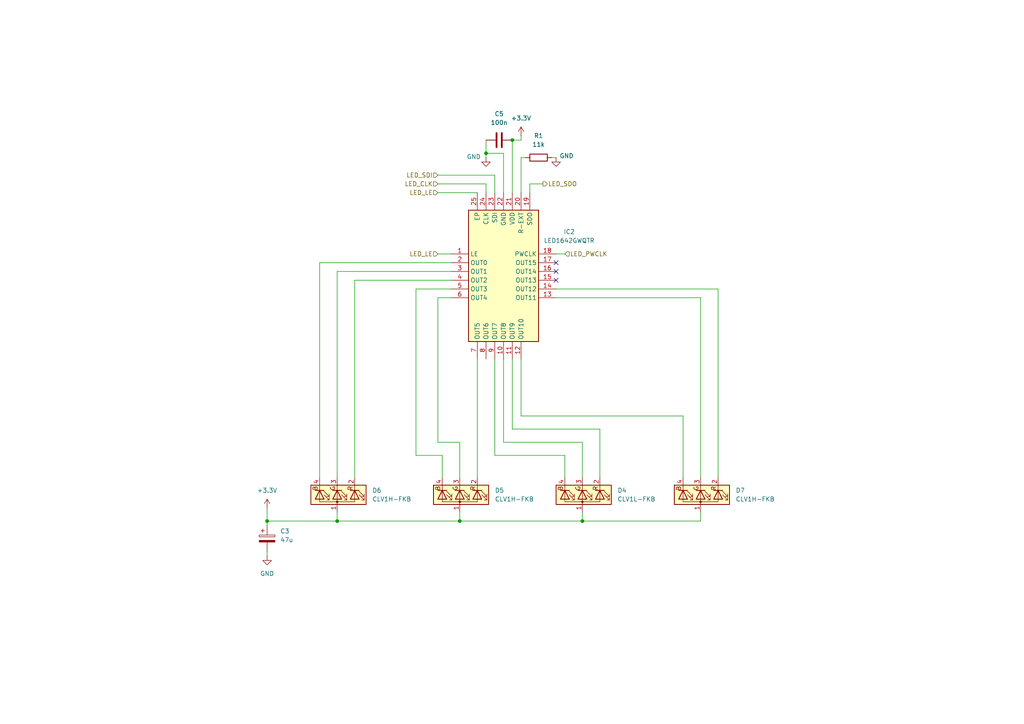
<source format=kicad_sch>
(kicad_sch (version 20250114) (generator "eeschema") (generator_version "9.0")
  (paper "A4")
  (lib_symbols
    (symbol "Device:C" (pin_numbers (hide yes)) (pin_names (offset 0.254))
      (property "Reference" "C" (at 0.635 2.54 0))
      (property "Value" "C" (at 0.635 -2.54 0))
      (symbol "C_0_1"
        (polyline (pts (xy -2.032 0.762) (xy 2.032 0.762)) (stroke (width 0.508)))
        (polyline (pts (xy -2.032 -0.762) (xy 2.032 -0.762)) (stroke (width 0.508)))
      )
      (symbol "C_1_1"
        (pin passive line (at 0 3.81 270) (length 2.794) (name "~") (number "1"))
        (pin passive line (at 0 -3.81 90) (length 2.794) (name "~") (number "2"))
      )
    )
    (symbol "Device:C_Polarized" (pin_numbers (hide yes)) (pin_names (offset 0.254))
      (property "Reference" "C" (at 0.635 2.54 0))
      (property "Value" "C_Polarized" (at 0.635 -2.54 0))
      (symbol "C_Polarized_0_1"
        (rectangle (start -2.286 0.508) (end 2.286 1.016))
        (polyline (pts (xy -1.778 2.286) (xy -0.762 2.286)))
        (polyline (pts (xy -1.27 2.794) (xy -1.27 1.778)))
        (rectangle (start 2.286 -0.508) (end -2.286 -1.016) (fill (type outline)))
      )
      (symbol "C_Polarized_1_1"
        (pin passive line (at 0 3.81 270) (length 2.794) (name "~") (number "1"))
        (pin passive line (at 0 -3.81 90) (length 2.794) (name "~") (number "2"))
      )
    )
    (symbol "Device:R" (pin_numbers (hide yes)) (pin_names (offset 0))
      (property "Reference" "R" (at 2.032 0 90))
      (property "Value" "R" (at 0 0 90))
      (symbol "R_0_1"
        (rectangle (start -1.016 -2.54) (end 1.016 2.54) (stroke (width 0.254)))
      )
      (symbol "R_1_1"
        (pin passive line (at 0 3.81 270) (length 1.27) (name "~") (number "1"))
        (pin passive line (at 0 -3.81 90) (length 1.27) (name "~") (number "2"))
      )
    )
    (symbol "LED:CLV1L-FKB" (pin_names (offset 0) (hide yes))
      (property "Reference" "D" (at 0 9.398 0))
      (property "Value" "CLV1L-FKB" (at 0 -8.89 0))
      (symbol "CLV1L-FKB_0_0"
        (text "R" (at -1.905 3.81 0) (effects (font (size 1.27 1.27))))
        (text "G" (at -1.905 -1.27 0) (effects (font (size 1.27 1.27))))
        (text "B" (at -1.905 -6.35 0) (effects (font (size 1.27 1.27))))
      )
      (symbol "CLV1L-FKB_0_1"
        (polyline (pts (xy -2.54 -5.08) (xy 1.27 -5.08)))
        (polyline (pts (xy -1.27 6.35) (xy -1.27 3.81)) (stroke (width 0.254)))
        (polyline (pts (xy -1.27 1.27) (xy -1.27 -1.27)) (stroke (width 0.254)))
        (polyline (pts (xy -1.27 -3.81) (xy -1.27 -6.35)) (stroke (width 0.254)))
        (polyline (pts (xy -1.016 6.35) (xy 0.508 7.874) (xy -0.254 7.874) (xy 0.508 7.874) (xy 0.508 7.112)))
        (polyline (pts (xy -1.016 1.27) (xy 0.508 2.794) (xy -0.254 2.794) (xy 0.508 2.794) (xy 0.508 2.032)))
        (polyline (pts (xy -1.016 -3.81) (xy 0.508 -2.286) (xy -0.254 -2.286) (xy 0.508 -2.286) (xy 0.508 -3.048)))
        (polyline (pts (xy 0 6.35) (xy 1.524 7.874) (xy 0.762 7.874) (xy 1.524 7.874) (xy 1.524 7.112)))
        (polyline (pts (xy 0 1.27) (xy 1.524 2.794) (xy 0.762 2.794) (xy 1.524 2.794) (xy 1.524 2.032)))
        (polyline (pts (xy 0 -3.81) (xy 1.524 -2.286) (xy 0.762 -2.286) (xy 1.524 -2.286) (xy 1.524 -3.048)))
        (polyline (pts (xy 1.27 6.35) (xy 1.27 3.81) (xy -1.27 5.08) (xy 1.27 6.35)) (stroke (width 0.254)))
        (rectangle (start 1.27 6.35) (end 1.27 6.35))
        (polyline (pts (xy 1.27 5.08) (xy -2.54 5.08)))
        (polyline (pts (xy 1.27 1.27) (xy 1.27 -1.27) (xy -1.27 0) (xy 1.27 1.27)) (stroke (width 0.254)))
        (polyline (pts (xy 1.27 -3.81) (xy 1.27 -6.35) (xy -1.27 -5.08) (xy 1.27 -3.81)) (stroke (width 0.254)))
        (polyline (pts (xy 1.27 -5.08) (xy 2.032 -5.08) (xy 2.032 5.08) (xy 1.27 5.08)))
        (circle (center 2.032 0) (radius 0.254) (fill (type outline)))
        (polyline (pts (xy 2.54 0) (xy -2.54 0)))
        (rectangle (start 2.794 8.382) (end -2.794 -7.62) (stroke (width 0.254)) (fill (type background)))
      )
      (symbol "CLV1L-FKB_1_1"
        (pin passive line (at -5.08 5.08 0) (length 2.54) (name "RK") (number "2"))
        (pin passive line (at -5.08 0 0) (length 2.54) (name "GK") (number "3"))
        (pin passive line (at -5.08 -5.08 0) (length 2.54) (name "BK") (number "4"))
        (pin passive line (at 5.08 0 180) (length 2.54) (name "A") (number "1"))
      )
    )
    (symbol "eurorack_components:LED1642GWQTR"
      (property "Reference" "IC" (at 26.67 17.78 0))
      (property "Value" "LED1642GWQTR" (at 26.67 15.24 0))
      (symbol "LED1642GWQTR_1_1"
        (rectangle (start 5.08 12.7) (end 25.4 -25.4) (stroke (width 0.254)) (fill (type background)))
        (pin passive line (at 0 0 0) (length 5.08) (name "LE") (number "1"))
        (pin passive line (at 0 -2.54 0) (length 5.08) (name "OUT0") (number "2"))
        (pin passive line (at 0 -5.08 0) (length 5.08) (name "OUT1") (number "3"))
        (pin passive line (at 0 -7.62 0) (length 5.08) (name "OUT2") (number "4"))
        (pin passive line (at 0 -10.16 0) (length 5.08) (name "OUT3") (number "5"))
        (pin passive line (at 0 -12.7 0) (length 5.08) (name "OUT4") (number "6"))
        (pin passive line (at 7.62 17.78 270) (length 5.08) (name "EP") (number "25"))
        (pin passive line (at 7.62 -30.48 90) (length 5.08) (name "OUT5") (number "7"))
        (pin passive line (at 10.16 17.78 270) (length 5.08) (name "CLK") (number "24"))
        (pin passive line (at 10.16 -30.48 90) (length 5.08) (name "OUT6") (number "8"))
        (pin passive line (at 12.7 17.78 270) (length 5.08) (name "SDI") (number "23"))
        (pin passive line (at 12.7 -30.48 90) (length 5.08) (name "OUT7") (number "9"))
        (pin passive line (at 15.24 17.78 270) (length 5.08) (name "GND") (number "22"))
        (pin passive line (at 15.24 -30.48 90) (length 5.08) (name "OUT8") (number "10"))
        (pin passive line (at 17.78 17.78 270) (length 5.08) (name "VDD") (number "21"))
        (pin passive line (at 17.78 -30.48 90) (length 5.08) (name "OUT9") (number "11"))
        (pin passive line (at 20.32 17.78 270) (length 5.08) (name "R-EXT") (number "20"))
        (pin passive line (at 20.32 -30.48 90) (length 5.08) (name "OUT10") (number "12"))
        (pin passive line (at 22.86 17.78 270) (length 5.08) (name "SDO") (number "19"))
        (pin passive line (at 30.48 0 180) (length 5.08) (name "PWCLK") (number "18"))
        (pin passive line (at 30.48 -2.54 180) (length 5.08) (name "OUT15") (number "17"))
        (pin passive line (at 30.48 -5.08 180) (length 5.08) (name "OUT14") (number "16"))
        (pin passive line (at 30.48 -7.62 180) (length 5.08) (name "OUT13") (number "15"))
        (pin passive line (at 30.48 -10.16 180) (length 5.08) (name "OUT12") (number "14"))
        (pin passive line (at 30.48 -12.7 180) (length 5.08) (name "OUT11") (number "13"))
      )
    )
    (symbol "power:+3.3V" (power) (pin_numbers (hide yes)) (pin_names (offset 0) (hide yes))
      (property "Value" "+3.3V" (at 0 3.556 0))
      (symbol "+3.3V_0_1"
        (polyline (pts (xy -0.762 1.27) (xy 0 2.54)))
        (polyline (pts (xy 0 2.54) (xy 0.762 1.27)))
        (polyline (pts (xy 0 0) (xy 0 2.54)))
      )
      (symbol "+3.3V_1_1"
        (pin power_in line (at 0 0 90) (length 0) (name "~") (number "1"))
      )
    )
    (symbol "power:GND" (power) (pin_numbers (hide yes)) (pin_names (offset 0) (hide yes))
      (property "Value" "GND" (at 0 -3.81 0))
      (symbol "GND_0_1"
        (polyline (pts (xy 0 0) (xy 0 -1.27) (xy 1.27 -1.27) (xy 0 -2.54) (xy -1.27 -1.27) (xy 0 -1.27)))
      )
      (symbol "GND_1_1"
        (pin power_in line (at 0 0 270) (length 0) (name "~") (number "1"))
      )
    )
  )
  (junction (at 140.97 44.45))
  (junction (at 97.79 151.13))
  (junction (at 133.35 151.13))
  (junction (at 148.59 40.64))
  (junction (at 77.47 151.13))
  (junction (at 168.91 151.13))
  (no_connect (at 161.29 81.28))
  (no_connect (at 161.29 76.2))
  (no_connect (at 161.29 78.74))
  (wire (pts (xy 168.91 148.59) (xy 168.91 151.13)))
  (wire (pts (xy 203.2 86.36) (xy 203.2 138.43)))
  (wire (pts (xy 92.71 76.2) (xy 92.71 138.43)))
  (wire (pts (xy 151.13 45.72) (xy 151.13 55.88)))
  (wire (pts (xy 143.51 104.14) (xy 143.51 132.08)))
  (wire (pts (xy 128.27 132.08) (xy 128.27 138.43)))
  (wire (pts (xy 203.2 151.13) (xy 168.91 151.13)))
  (wire (pts (xy 151.13 39.37) (xy 151.13 40.64)))
  (wire (pts (xy 153.67 53.34) (xy 153.67 55.88)))
  (wire (pts (xy 143.51 132.08) (xy 163.83 132.08)))
  (wire (pts (xy 143.51 50.8) (xy 143.51 55.88)))
  (wire (pts (xy 130.81 83.82) (xy 120.65 83.82)))
  (wire (pts (xy 127 128.27) (xy 133.35 128.27)))
  (wire (pts (xy 130.81 81.28) (xy 102.87 81.28)))
  (wire (pts (xy 130.81 86.36) (xy 127 86.36)))
  (wire (pts (xy 97.79 148.59) (xy 97.79 151.13)))
  (wire (pts (xy 161.29 86.36) (xy 203.2 86.36)))
  (wire (pts (xy 148.59 104.14) (xy 148.59 124.46)))
  (wire (pts (xy 127 55.88) (xy 138.43 55.88)))
  (wire (pts (xy 151.13 45.72) (xy 152.4 45.72)))
  (wire (pts (xy 97.79 78.74) (xy 130.81 78.74)))
  (wire (pts (xy 127 73.66) (xy 130.81 73.66)))
  (wire (pts (xy 146.05 44.45) (xy 140.97 44.45)))
  (wire (pts (xy 77.47 160.02) (xy 77.47 161.29)))
  (wire (pts (xy 77.47 147.32) (xy 77.47 151.13)))
  (wire (pts (xy 208.28 83.82) (xy 208.28 138.43)))
  (wire (pts (xy 133.35 151.13) (xy 168.91 151.13)))
  (wire (pts (xy 148.59 40.64) (xy 151.13 40.64)))
  (wire (pts (xy 140.97 45.72) (xy 140.97 44.45)))
  (wire (pts (xy 97.79 151.13) (xy 133.35 151.13)))
  (wire (pts (xy 173.99 124.46) (xy 173.99 138.43)))
  (wire (pts (xy 146.05 104.14) (xy 146.05 128.27)))
  (wire (pts (xy 138.43 104.14) (xy 138.43 138.43)))
  (wire (pts (xy 97.79 138.43) (xy 97.79 78.74)))
  (wire (pts (xy 130.81 76.2) (xy 92.71 76.2)))
  (wire (pts (xy 163.83 132.08) (xy 163.83 138.43)))
  (wire (pts (xy 127 50.8) (xy 143.51 50.8)))
  (wire (pts (xy 120.65 132.08) (xy 128.27 132.08)))
  (wire (pts (xy 140.97 44.45) (xy 140.97 40.64)))
  (wire (pts (xy 146.05 44.45) (xy 146.05 55.88)))
  (wire (pts (xy 133.35 148.59) (xy 133.35 151.13)))
  (wire (pts (xy 77.47 151.13) (xy 77.47 152.4)))
  (wire (pts (xy 140.97 53.34) (xy 140.97 55.88)))
  (wire (pts (xy 146.05 128.27) (xy 168.91 128.27)))
  (wire (pts (xy 148.59 124.46) (xy 173.99 124.46)))
  (wire (pts (xy 127 86.36) (xy 127 128.27)))
  (wire (pts (xy 203.2 151.13) (xy 203.2 148.59)))
  (wire (pts (xy 127 53.34) (xy 140.97 53.34)))
  (wire (pts (xy 120.65 83.82) (xy 120.65 132.08)))
  (wire (pts (xy 161.29 73.66) (xy 163.83 73.66)))
  (wire (pts (xy 161.29 83.82) (xy 208.28 83.82)))
  (wire (pts (xy 157.48 53.34) (xy 153.67 53.34)))
  (wire (pts (xy 198.12 120.65) (xy 198.12 138.43)))
  (wire (pts (xy 151.13 120.65) (xy 198.12 120.65)))
  (wire (pts (xy 148.59 40.64) (xy 148.59 55.88)))
  (wire (pts (xy 168.91 128.27) (xy 168.91 138.43)))
  (wire (pts (xy 102.87 81.28) (xy 102.87 138.43)))
  (wire (pts (xy 151.13 104.14) (xy 151.13 120.65)))
  (wire (pts (xy 133.35 128.27) (xy 133.35 138.43)))
  (wire (pts (xy 160.02 45.72) (xy 161.29 45.72)))
  (wire (pts (xy 77.47 151.13) (xy 97.79 151.13)))
  (hierarchical_label "LED_SDO" (shape output) (at 157.48 53.34 0))
  (hierarchical_label "LED_PWCLK" (shape input) (at 163.83 73.66 0))
  (hierarchical_label "LED_LE" (shape input) (at 127 55.88 180))
  (hierarchical_label "LED_LE" (shape input) (at 127 73.66 180))
  (hierarchical_label "LED_SDI" (shape input) (at 127 50.8 180))
  (hierarchical_label "LED_CLK" (shape input) (at 127 53.34 180))
  (symbol (lib_id "power:+3.3V") (at 151.13 39.37 0) (unit 1)
    (property "Reference" "#PWR05" (effects (hide yes)))
    (property "Value" "+3.3V" (at 151.13 34.29 0))
    (property "Description" "Power symbol creates a global label with name \"+3.3V\"" (effects (hide yes)))
  )
  (symbol (lib_id "LED:CLV1L-FKB") (at 133.35 143.51 270) (unit 1)
    (property "Reference" "D5" (at 143.51 142.2399 90) (effects (justify left)))
    (property "Value" "CLV1H-FKB" (at 143.51 144.7799 90) (effects (justify left)))
    (property "Footprint" "LED_SMD:LED_Cree-PLCC4_3.2x2.8mm_CCW" (effects (hide yes)))
    (property "Datasheet" "http://www.cree.com/led-components/media/documents/CLV1L-FKB-1238.pdf" (effects (hide yes)))
    (property "Description" "Cree PLCC4 3 in 1 SMD LED" (effects (hide yes)))
  )
  (symbol (lib_id "Device:R") (at 156.21 45.72 90) (unit 1)
    (property "Reference" "R1" (at 156.21 39.37 90))
    (property "Value" "11k" (at 156.21 41.91 90))
    (property "Description" "Resistor" (effects (hide yes)))
  )
  (symbol (lib_id "power:GND") (at 77.47 161.29 0) (unit 1)
    (property "Reference" "#PWR04" (effects (hide yes)))
    (property "Value" "GND" (at 77.47 166.37 0))
    (property "Description" "Power symbol creates a global label with name \"GND\" , ground" (effects (hide yes)))
  )
  (symbol (lib_id "Device:C") (at 144.78 40.64 270) (unit 1)
    (property "Reference" "C5" (at 144.78 33.02 90))
    (property "Value" "100n" (at 144.78 35.56 90))
    (property "Description" "Unpolarized capacitor" (effects (hide yes)))
  )
  (symbol (lib_id "power:+3.3V") (at 77.47 147.32 0) (unit 1)
    (property "Reference" "#PWR09" (effects (hide yes)))
    (property "Value" "+3.3V" (at 77.47 142.24 0))
    (property "Description" "Power symbol creates a global label with name \"+3.3V\"" (effects (hide yes)))
  )
  (symbol (lib_id "LED:CLV1L-FKB") (at 203.2 143.51 270) (unit 1)
    (property "Reference" "D7" (at 213.36 142.2399 90) (effects (justify left)))
    (property "Value" "CLV1H-FKB" (at 213.36 144.7799 90) (effects (justify left)))
    (property "Footprint" "LED_SMD:LED_Cree-PLCC4_3.2x2.8mm_CCW" (effects (hide yes)))
    (property "Datasheet" "http://www.cree.com/led-components/media/documents/CLV1L-FKB-1238.pdf" (effects (hide yes)))
    (property "Description" "Cree PLCC4 3 in 1 SMD LED" (effects (hide yes)))
  )
  (symbol (lib_id "eurorack_components:LED1642GWQTR") (at 130.81 73.66 0) (unit 1)
    (property "Reference" "IC2" (at 165.1 67.2398 0))
    (property "Value" "LED1642GWQTR" (at 165.1 69.7798 0))
    (property "Footprint" "QFN50P400X400X100-25N" (effects (hide yes)))
    (property "Datasheet" "http://www.st.com/web/en/resource/technical/document/datasheet/DM00080246.pdf" (effects (hide yes)))
    (property "Description" "LED Lighting Drivers 16 CH LED DVR" (effects (hide yes)))
    (property "Height" "1" (effects (hide yes)))
    (property "Mouser Part Number" "511-LED1642GWQTR" (effects (hide yes)))
    (property "Mouser Price/Stock" "https://www.mouser.co.uk/ProductDetail/STMicroelectronics/LED1642GWQTR?qs=WHlX%252B%252B9%2FRwCpVihb7ZBVng%3D%3D" (effects (hide yes)))
    (property "Manufacturer_Name" "STMicroelectronics" (effects (hide yes)))
    (property "Manufacturer_Part_Number" "LED1642GWQTR" (effects (hide yes)))
  )
  (symbol (lib_id "Device:C_Polarized") (at 77.47 156.21 0) (unit 1)
    (property "Reference" "C3" (at 81.28 154.0509 0) (effects (justify left)))
    (property "Value" "47u" (at 81.28 156.5909 0) (effects (justify left)))
    (property "Description" "Polarized capacitor" (effects (hide yes)))
  )
  (symbol (lib_id "power:GND") (at 140.97 45.72 0) (unit 1)
    (property "Reference" "#PWR07" (effects (hide yes)))
    (property "Value" "GND" (at 137.414 45.466 0))
    (property "Description" "Power symbol creates a global label with name \"GND\" , ground" (effects (hide yes)))
  )
  (symbol (lib_id "LED:CLV1L-FKB") (at 97.79 143.51 270) (unit 1)
    (property "Reference" "D6" (at 107.95 142.2399 90) (effects (justify left)))
    (property "Value" "CLV1H-FKB" (at 107.95 144.7799 90) (effects (justify left)))
    (property "Footprint" "LED_SMD:LED_Cree-PLCC4_3.2x2.8mm_CCW" (effects (hide yes)))
    (property "Datasheet" "http://www.cree.com/led-components/media/documents/CLV1L-FKB-1238.pdf" (effects (hide yes)))
    (property "Description" "Cree PLCC4 3 in 1 SMD LED" (effects (hide yes)))
  )
  (symbol (lib_id "LED:CLV1L-FKB") (at 168.91 143.51 270) (unit 1)
    (property "Reference" "D4" (at 179.07 142.2399 90) (effects (justify left)))
    (property "Value" "CLV1L-FKB" (at 179.07 144.7799 90) (effects (justify left)))
    (property "Footprint" "LED_SMD:LED_Cree-PLCC4_3.2x2.8mm_CCW" (effects (hide yes)))
    (property "Datasheet" "http://www.cree.com/led-components/media/documents/CLV1L-FKB-1238.pdf" (effects (hide yes)))
    (property "Description" "Cree PLCC4 3 in 1 SMD LED" (effects (hide yes)))
  )
  (symbol (lib_id "power:GND") (at 161.29 45.72 0) (unit 1)
    (property "Reference" "#PWR08" (effects (hide yes)))
    (property "Value" "GND" (at 164.338 45.212 0))
    (property "Description" "Power symbol creates a global label with name \"GND\" , ground" (effects (hide yes)))
  )
)
</source>
